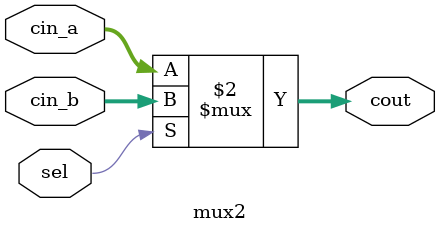
<source format=v>
`timescale 1ns / 1ps


module mux2#(parameter WIDTH = 32)(cin_a,cin_b,sel,cout);
input [WIDTH-1:0] cin_a,cin_b;
input sel;
output wire [WIDTH-1:0] cout;

assign cout = sel == 0 ? cin_a : cin_b;
 
endmodule

</source>
